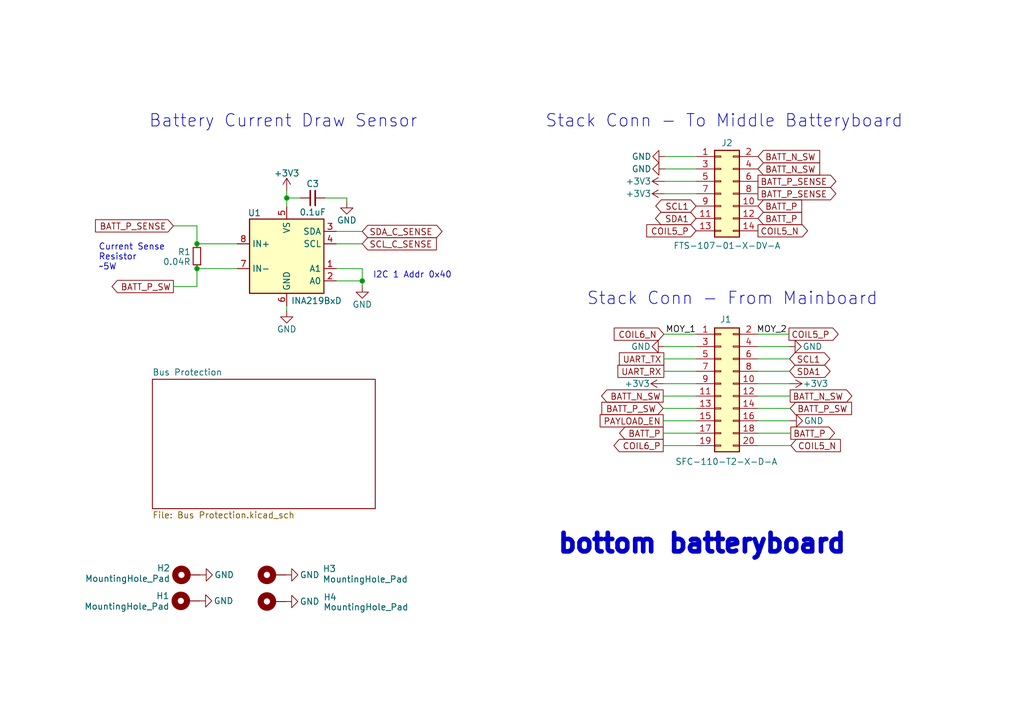
<source format=kicad_sch>
(kicad_sch (version 20230121) (generator eeschema)
  (paper "A5")
  (title_block (title "PyCubed Mini") (date "2023-04-12") (rev "B3/02") (company "RExLab Carnegie Mellon University") (comment 1 "N. Khera") (comment 2 "Z. Manchester"))
  (lib_symbols
    (symbol "Connector_Generic:Conn_02x07_Odd_Even" (pin_names (offset 1.016) hide)
      (property "Reference" "J" (at 1.27 10.16 0))
      (property "Value" "Conn_02x07_Odd_Even" (at 1.27 -10.16 0))
      (symbol "Conn_02x07_Odd_Even_1_1"
        (rectangle (start -1.27 -7.493) (end 0 -7.747) (stroke (width 0.1524)))
        (rectangle (start -1.27 -4.953) (end 0 -5.207) (stroke (width 0.1524)))
        (rectangle (start -1.27 -2.413) (end 0 -2.667) (stroke (width 0.1524)))
        (rectangle (start -1.27 0.127) (end 0 -0.127) (stroke (width 0.1524)))
        (rectangle (start -1.27 2.667) (end 0 2.413) (stroke (width 0.1524)))
        (rectangle (start -1.27 5.207) (end 0 4.953) (stroke (width 0.1524)))
        (rectangle (start -1.27 7.747) (end 0 7.493) (stroke (width 0.1524)))
        (rectangle (start -1.27 8.89) (end 3.81 -8.89) (stroke (width 0.254)) (fill (type background)))
        (rectangle (start 3.81 -7.493) (end 2.54 -7.747) (stroke (width 0.1524)))
        (rectangle (start 3.81 -4.953) (end 2.54 -5.207) (stroke (width 0.1524)))
        (rectangle (start 3.81 -2.413) (end 2.54 -2.667) (stroke (width 0.1524)))
        (rectangle (start 3.81 0.127) (end 2.54 -0.127) (stroke (width 0.1524)))
        (rectangle (start 3.81 2.667) (end 2.54 2.413) (stroke (width 0.1524)))
        (rectangle (start 3.81 5.207) (end 2.54 4.953) (stroke (width 0.1524)))
        (rectangle (start 3.81 7.747) (end 2.54 7.493) (stroke (width 0.1524)))
        (pin passive line (at -5.08 7.62 0) (length 3.81) (name "Pin_1") (number "1"))
        (pin passive line (at 7.62 -2.54 180) (length 3.81) (name "Pin_10") (number "10"))
        (pin passive line (at -5.08 -5.08 0) (length 3.81) (name "Pin_11") (number "11"))
        (pin passive line (at 7.62 -5.08 180) (length 3.81) (name "Pin_12") (number "12"))
        (pin passive line (at -5.08 -7.62 0) (length 3.81) (name "Pin_13") (number "13"))
        (pin passive line (at 7.62 -7.62 180) (length 3.81) (name "Pin_14") (number "14"))
        (pin passive line (at 7.62 7.62 180) (length 3.81) (name "Pin_2") (number "2"))
        (pin passive line (at -5.08 5.08 0) (length 3.81) (name "Pin_3") (number "3"))
        (pin passive line (at 7.62 5.08 180) (length 3.81) (name "Pin_4") (number "4"))
        (pin passive line (at -5.08 2.54 0) (length 3.81) (name "Pin_5") (number "5"))
        (pin passive line (at 7.62 2.54 180) (length 3.81) (name "Pin_6") (number "6"))
        (pin passive line (at -5.08 0 0) (length 3.81) (name "Pin_7") (number "7"))
        (pin passive line (at 7.62 0 180) (length 3.81) (name "Pin_8") (number "8"))
        (pin passive line (at -5.08 -2.54 0) (length 3.81) (name "Pin_9") (number "9"))
      )
    )
    (symbol "Connector_Generic:Conn_02x10_Odd_Even" (pin_names (offset 1.016) hide)
      (property "Reference" "J" (at 1.27 12.7 0))
      (property "Value" "Conn_02x10_Odd_Even" (at 1.27 -15.24 0))
      (symbol "Conn_02x10_Odd_Even_1_1"
        (rectangle (start -1.27 -12.573) (end 0 -12.827) (stroke (width 0.1524)))
        (rectangle (start -1.27 -10.033) (end 0 -10.287) (stroke (width 0.1524)))
        (rectangle (start -1.27 -7.493) (end 0 -7.747) (stroke (width 0.1524)))
        (rectangle (start -1.27 -4.953) (end 0 -5.207) (stroke (width 0.1524)))
        (rectangle (start -1.27 -2.413) (end 0 -2.667) (stroke (width 0.1524)))
        (rectangle (start -1.27 0.127) (end 0 -0.127) (stroke (width 0.1524)))
        (rectangle (start -1.27 2.667) (end 0 2.413) (stroke (width 0.1524)))
        (rectangle (start -1.27 5.207) (end 0 4.953) (stroke (width 0.1524)))
        (rectangle (start -1.27 7.747) (end 0 7.493) (stroke (width 0.1524)))
        (rectangle (start -1.27 10.287) (end 0 10.033) (stroke (width 0.1524)))
        (rectangle (start -1.27 11.43) (end 3.81 -13.97) (stroke (width 0.254)) (fill (type background)))
        (rectangle (start 3.81 -12.573) (end 2.54 -12.827) (stroke (width 0.1524)))
        (rectangle (start 3.81 -10.033) (end 2.54 -10.287) (stroke (width 0.1524)))
        (rectangle (start 3.81 -7.493) (end 2.54 -7.747) (stroke (width 0.1524)))
        (rectangle (start 3.81 -4.953) (end 2.54 -5.207) (stroke (width 0.1524)))
        (rectangle (start 3.81 -2.413) (end 2.54 -2.667) (stroke (width 0.1524)))
        (rectangle (start 3.81 0.127) (end 2.54 -0.127) (stroke (width 0.1524)))
        (rectangle (start 3.81 2.667) (end 2.54 2.413) (stroke (width 0.1524)))
        (rectangle (start 3.81 5.207) (end 2.54 4.953) (stroke (width 0.1524)))
        (rectangle (start 3.81 7.747) (end 2.54 7.493) (stroke (width 0.1524)))
        (rectangle (start 3.81 10.287) (end 2.54 10.033) (stroke (width 0.1524)))
        (pin passive line (at -5.08 10.16 0) (length 3.81) (name "Pin_1") (number "1"))
        (pin passive line (at 7.62 0 180) (length 3.81) (name "Pin_10") (number "10"))
        (pin passive line (at -5.08 -2.54 0) (length 3.81) (name "Pin_11") (number "11"))
        (pin passive line (at 7.62 -2.54 180) (length 3.81) (name "Pin_12") (number "12"))
        (pin passive line (at -5.08 -5.08 0) (length 3.81) (name "Pin_13") (number "13"))
        (pin passive line (at 7.62 -5.08 180) (length 3.81) (name "Pin_14") (number "14"))
        (pin passive line (at -5.08 -7.62 0) (length 3.81) (name "Pin_15") (number "15"))
        (pin passive line (at 7.62 -7.62 180) (length 3.81) (name "Pin_16") (number "16"))
        (pin passive line (at -5.08 -10.16 0) (length 3.81) (name "Pin_17") (number "17"))
        (pin passive line (at 7.62 -10.16 180) (length 3.81) (name "Pin_18") (number "18"))
        (pin passive line (at -5.08 -12.7 0) (length 3.81) (name "Pin_19") (number "19"))
        (pin passive line (at 7.62 10.16 180) (length 3.81) (name "Pin_2") (number "2"))
        (pin passive line (at 7.62 -12.7 180) (length 3.81) (name "Pin_20") (number "20"))
        (pin passive line (at -5.08 7.62 0) (length 3.81) (name "Pin_3") (number "3"))
        (pin passive line (at 7.62 7.62 180) (length 3.81) (name "Pin_4") (number "4"))
        (pin passive line (at -5.08 5.08 0) (length 3.81) (name "Pin_5") (number "5"))
        (pin passive line (at 7.62 5.08 180) (length 3.81) (name "Pin_6") (number "6"))
        (pin passive line (at -5.08 2.54 0) (length 3.81) (name "Pin_7") (number "7"))
        (pin passive line (at 7.62 2.54 180) (length 3.81) (name "Pin_8") (number "8"))
        (pin passive line (at -5.08 0 0) (length 3.81) (name "Pin_9") (number "9"))
      )
    )
    (symbol "Device:C_Small" (pin_numbers hide) (pin_names (offset 0.254) hide)
      (property "Reference" "C" (at 0.254 1.778 0))
      (property "Value" "C_Small" (at 0.254 -2.032 0))
      (symbol "C_Small_0_1"
        (polyline (pts (xy -1.524 -0.508) (xy 1.524 -0.508)) (stroke (width 0.3302)))
        (polyline (pts (xy -1.524 0.508) (xy 1.524 0.508)) (stroke (width 0.3048)))
      )
      (symbol "C_Small_1_1"
        (pin passive line (at 0 2.54 270) (length 2.032) (name "~") (number "1"))
        (pin passive line (at 0 -2.54 90) (length 2.032) (name "~") (number "2"))
      )
    )
    (symbol "Device:Crystal_Small" (pin_numbers hide) (pin_names (offset 1.016) hide)
      (property "Reference" "Y" (at 0 2.54 0))
      (property "Value" "Crystal_Small" (at 0 -2.54 0))
      (symbol "Crystal_Small_0_1"
        (rectangle (start -0.762 -1.524) (end 0.762 1.524))
        (polyline (pts (xy -1.27 -0.762) (xy -1.27 0.762)) (stroke (width 0.381)))
        (polyline (pts (xy 1.27 -0.762) (xy 1.27 0.762)) (stroke (width 0.381)))
      )
      (symbol "Crystal_Small_1_1"
        (pin passive line (at -2.54 0 0) (length 1.27) (name "1") (number "1"))
        (pin passive line (at 2.54 0 180) (length 1.27) (name "2") (number "2"))
      )
    )
    (symbol "Device:R_Small" (pin_numbers hide) (pin_names (offset 0.254) hide)
      (property "Reference" "R" (at 0.762 0.508 0))
      (property "Value" "R_Small" (at 0.762 -1.016 0))
      (symbol "R_Small_0_1"
        (rectangle (start -0.762 1.778) (end 0.762 -1.778) (stroke (width 0.2032)))
      )
      (symbol "R_Small_1_1"
        (pin passive line (at 0 2.54 270) (length 0.762) (name "~") (number "1"))
        (pin passive line (at 0 -2.54 90) (length 0.762) (name "~") (number "2"))
      )
    )
    (symbol "Device:R_US" (pin_numbers hide) (pin_names (offset 0))
      (property "Reference" "R" (at 2.54 0 90))
      (property "Value" "R_US" (at -2.54 0 90))
      (symbol "R_US_0_1"
        (polyline (pts (xy 0 -2.286) (xy 0 -2.54)))
        (polyline (pts (xy 0 2.286) (xy 0 2.54)))
        (polyline (pts (xy 0 -0.762) (xy 1.016 -1.143) (xy 0 -1.524) (xy -1.016 -1.905) (xy 0 -2.286)))
        (polyline (pts (xy 0 0.762) (xy 1.016 0.381) (xy 0 0) (xy -1.016 -0.381) (xy 0 -0.762)))
        (polyline (pts (xy 0 2.286) (xy 1.016 1.905) (xy 0 1.524) (xy -1.016 1.143) (xy 0 0.762)))
      )
      (symbol "R_US_1_1"
        (pin passive line (at 0 3.81 270) (length 1.27) (name "~") (number "1"))
        (pin passive line (at 0 -3.81 90) (length 1.27) (name "~") (number "2"))
      )
    )
    (symbol "GND_1" (power) (pin_names (offset 0))
      (property "Value" "GND_1" (at 0 -3.81 0))
      (symbol "GND_1_0_1"
        (polyline (pts (xy 0 0) (xy 0 -1.27) (xy 1.27 -1.27) (xy 0 -2.54) (xy -1.27 -1.27) (xy 0 -1.27)))
      )
      (symbol "GND_1_1_1"
        (pin power_in line (at 0 0 270) (length 0) hide (name "GND") (number "1"))
      )
    )
    (symbol "Mechanical:MountingHole_Pad" (pin_numbers hide) (pin_names (offset 1.016) hide)
      (property "Reference" "H" (at 0 6.35 0))
      (property "Value" "MountingHole_Pad" (at 0 4.445 0))
      (symbol "MountingHole_Pad_0_1"
        (circle (center 0 1.27) (radius 1.27) (stroke (width 1.27)))
      )
      (symbol "MountingHole_Pad_1_1"
        (pin input line (at 0 -2.54 90) (length 2.54) (name "1") (number "1"))
      )
    )
    (symbol "Sensor_Energy:INA219BxD"
      (property "Reference" "U" (at -6.35 8.89 0))
      (property "Value" "INA219BxD" (at 5.08 8.89 0))
      (symbol "INA219BxD_0_1"
        (rectangle (start -7.62 7.62) (end 7.62 -7.62) (stroke (width 0.254)) (fill (type background)))
      )
      (symbol "INA219BxD_1_1"
        (pin input line (at 10.16 -2.54 180) (length 2.54) (name "A1") (number "1"))
        (pin input line (at 10.16 -5.08 180) (length 2.54) (name "A0") (number "2"))
        (pin bidirectional line (at 10.16 5.08 180) (length 2.54) (name "SDA") (number "3"))
        (pin input line (at 10.16 2.54 180) (length 2.54) (name "SCL") (number "4"))
        (pin power_in line (at 0 10.16 270) (length 2.54) (name "VS") (number "5"))
        (pin power_in line (at 0 -10.16 90) (length 2.54) (name "GND") (number "6"))
        (pin input line (at -10.16 -2.54 0) (length 2.54) (name "IN-") (number "7"))
        (pin input line (at -10.16 2.54 0) (length 2.54) (name "IN+") (number "8"))
      )
    )
    (symbol "mainboard:BNO085"
      (property "Reference" "U" (at -17.78 29.21 0))
      (property "Value" "BNO085" (at -17.78 -30.48 0))
      (symbol "BNO085_1_0"
        (rectangle (start -17.78 27.94) (end 17.78 -27.94) (stroke (width 0.254)) (fill (type background)))
        (polyline (pts (xy -17.78 22.86) (xy 17.78 22.86)) (stroke (width 0.254)))
        (polyline (pts (xy -7.62 -22.86) (xy -17.78 -22.86)) (stroke (width 0.254)))
        (polyline (pts (xy -7.62 -22.86) (xy -7.62 -17.78)) (stroke (width 0.254)))
        (polyline (pts (xy -7.62 -17.78) (xy -7.62 -15.24)) (stroke (width 0.254)))
        (polyline (pts (xy -7.62 -17.78) (xy 17.78 -17.78)) (stroke (width 0.254)))
        (polyline (pts (xy -7.62 -15.24) (xy 1.27 -15.24)) (stroke (width 0.254)))
        (polyline (pts (xy 1.27 -15.24) (xy 17.78 -15.24)) (stroke (width 0.254)))
        (polyline (pts (xy 1.27 -7.62) (xy 1.27 -15.24)) (stroke (width 0.254)))
        (polyline (pts (xy 1.27 -7.62) (xy 17.78 -7.62)) (stroke (width 0.254)))
        (polyline (pts (xy 1.27 -5.08) (xy 1.27 -7.62)) (stroke (width 0.254)))
        (polyline (pts (xy 17.78 -22.86) (xy -7.62 -22.86)) (stroke (width 0.254)))
        (polyline (pts (xy 17.78 -5.08) (xy 1.27 -5.08)) (stroke (width 0.254)))
        (polyline (pts (xy 17.78 -5.08) (xy 17.78 -7.62)) (stroke (width 0.254)))
        (text "2.4-3.6\n1.7-3.6" (at -7.62 -25.4 0) (effects (font (size 1.27 1.0795)) (justify left)))
        (text "32.768kHz Source" (at -6.35 -16.51 0) (effects (font (size 1.27 1.0795)) (justify left)))
        (text "BNO085\nMotion Co-Processor" (at 0 25.4 0) (effects (font (size 1.27 1.0795))))
        (text "Bus Select" (at 2.54 -6.35 0) (effects (font (size 1.27 1.0795)) (justify left)))
        (text "Ext XTAL: CSEL0=0/NC,CSEL1=XTAL\nExt CLK: CSEL0=1,CSEL1=1\nInt Osc: CSEL0=1,CSEL1=0/NC" (at -6.35 -20.32 0) (effects (font (size 0.8128 0.6908)) (justify left)))
        (text "Op. Temp:\n-40~~85°C" (at 5.08 -25.4 0) (effects (font (size 1.27 1.0795)) (justify left)))
        (text "PS1  PS0   MODE\n0    0     I2C\n0    1     UART-RVC\n1    0     UART\n1    1     SPI" (at 2.54 -11.43 0) (effects (font (size 0.8128 0.6908)) (justify left)))
        (text "VDD:\nVDDIO:" (at -15.24 -25.4 0) (effects (font (size 1.27 1.0795)) (justify left)))
        (pin no_connect line (at 20.32 -20.32 180) (length 2.54) hide (name "NC") (number "1"))
        (pin input line (at -20.32 -10.16 0) (length 2.54) (name "CLKSEL0") (number "10"))
        (pin input line (at 20.32 -2.54 180) (length 2.54) (name "NRST") (number "11"))
        (pin no_connect line (at 20.32 -20.32 180) (length 2.54) hide (name "NC") (number "12"))
        (pin no_connect line (at 20.32 -20.32 180) (length 2.54) hide (name "NC") (number "13"))
        (pin output line (at -20.32 0 0) (length 2.54) (name "H_INTN") (number "14"))
        (pin bidirectional line (at 20.32 5.08 180) (length 2.54) (name "S_SCL") (number "15"))
        (pin bidirectional line (at 20.32 7.62 180) (length 2.54) (name "S_SDA") (number "16"))
        (pin output line (at -20.32 7.62 0) (length 2.54) (name "H_SA0/MOSI") (number "17"))
        (pin input line (at -20.32 -12.7 0) (length 2.54) (name "H_CSN") (number "18"))
        (pin bidirectional line (at -20.32 2.54 0) (length 2.54) (name "H_SCL/SCLK/RX") (number "19"))
        (pin power_in line (at -20.32 -17.78 0) (length 2.54) (name "GND") (number "2"))
        (pin bidirectional line (at -20.32 5.08 0) (length 2.54) (name "H_SDA/MISO/TX") (number "20"))
        (pin no_connect line (at 20.32 -20.32 180) (length 2.54) hide (name "NC") (number "21"))
        (pin no_connect line (at 20.32 -20.32 180) (length 2.54) hide (name "NC") (number "22"))
        (pin no_connect line (at 20.32 -20.32 180) (length 2.54) hide (name "NC") (number "23"))
        (pin no_connect line (at 20.32 -20.32 180) (length 2.54) hide (name "NC") (number "24"))
        (pin power_in line (at -20.32 -20.32 0) (length 2.54) (name "GNDIO") (number "25"))
        (pin output line (at 20.32 10.16 180) (length 2.54) (name "CLKSEL1/XOUT32") (number "26"))
        (pin input line (at 20.32 12.7 180) (length 2.54) (name "XIN32") (number "27"))
        (pin power_in line (at -20.32 17.78 0) (length 2.54) (name "VDDIO") (number "28"))
        (pin power_in line (at -20.32 20.32 0) (length 2.54) (name "VDD") (number "3"))
        (pin input line (at -20.32 -2.54 0) (length 2.54) (name "BOOTN") (number "4"))
        (pin input line (at -20.32 -5.08 0) (length 2.54) (name "PS1") (number "5"))
        (pin input line (at -20.32 -7.62 0) (length 2.54) (name "PS0/WAKE") (number "6"))
        (pin no_connect line (at 20.32 -20.32 180) (length 2.54) hide (name "NC") (number "7"))
        (pin no_connect line (at 20.32 -20.32 180) (length 2.54) hide (name "NC") (number "8"))
        (pin passive line (at 20.32 20.32 180) (length 2.54) (name "CAP") (number "9"))
      )
    )
    (symbol "power:+3V3" (power) (pin_names (offset 0))
      (property "Value" "+3V3" (at 0 3.556 0))
      (symbol "+3V3_0_1"
        (polyline (pts (xy -0.762 1.27) (xy 0 2.54)))
        (polyline (pts (xy 0 0) (xy 0 2.54)))
        (polyline (pts (xy 0 2.54) (xy 0.762 1.27)))
      )
      (symbol "+3V3_1_1"
        (pin power_in line (at 0 0 90) (length 0) hide (name "+3V3") (number "1"))
      )
    )
    (symbol "power:GND" (power) (pin_names (offset 0))
      (property "Value" "GND" (at 0 -3.81 0))
      (symbol "GND_0_1"
        (polyline (pts (xy 0 0) (xy 0 -1.27) (xy 1.27 -1.27) (xy 0 -2.54) (xy -1.27 -1.27) (xy 0 -1.27)))
      )
      (symbol "GND_1_1"
        (pin power_in line (at 0 0 270) (length 0) hide (name "GND") (number "1"))
      )
    )
  )
  (junction (at 40.386 55.118))
  (junction (at 315.341 45.593))
  (junction (at 315.341 50.673))
  (junction (at 40.386 50.038))
  (junction (at 241.173 77.343))
  (junction (at 230.251 39.243))
  (junction (at 230.251 77.343))
  (junction (at 230.251 41.783))
  (junction (at 58.801 40.64))
  (junction (at 230.251 79.883))
  (junction (at 304.673 65.659))
  (junction (at 74.295 57.658))
  (junction (at 243.586 77.343))
  (junction (at 230.251 62.103))
  (junction (at 243.586 69.723))
  (junction (at 327.025 50.673))
  (no_connect (at 254.508 51.943))
  (no_connect (at 295.148 51.943))
  (no_connect (at 295.148 54.483))
  (no_connect (at 254.508 72.263))
  (wire (pts (xy 40.386 46.355) (xy 40.386 50.038)))
  (wire (pts (xy 136.017 81.28) (xy 142.748 81.28)))
  (wire (pts (xy 243.586 69.723) (xy 254.508 69.723)))
  (wire (pts (xy 162.179 88.9) (xy 155.448 88.9)))
  (wire (pts (xy 304.673 65.659) (xy 295.148 65.659)))
  (wire (pts (xy 35.56 46.355) (xy 40.386 46.355)))
  (wire (pts (xy 237.871 62.103) (xy 230.251 62.103)))
  (wire (pts (xy 298.069 45.593) (xy 315.341 45.593)))
  (wire (pts (xy 298.069 46.863) (xy 295.148 46.863)))
  (wire (pts (xy 162.179 91.44) (xy 155.448 91.44)))
  (wire (pts (xy 298.069 49.403) (xy 295.148 49.403)))
  (wire (pts (xy 304.8 39.243) (xy 307.721 39.243)))
  (wire (pts (xy 142.748 32.131) (xy 136.398 32.131)))
  (wire (pts (xy 74.295 55.118) (xy 68.961 55.118)))
  (wire (pts (xy 315.341 50.673) (xy 298.069 50.673)))
  (wire (pts (xy 309.499 65.659) (xy 304.673 65.659)))
  (wire (pts (xy 327.025 51.689) (xy 327.025 50.673)))
  (wire (pts (xy 142.748 91.44) (xy 136.017 91.44)))
  (wire (pts (xy 136.017 78.74) (xy 142.748 78.74)))
  (wire (pts (xy 241.173 64.643) (xy 241.173 77.343)))
  (wire (pts (xy 161.925 76.2) (xy 155.448 76.2)))
  (wire (pts (xy 74.295 47.498) (xy 68.961 47.498)))
  (wire (pts (xy 66.675 40.64) (xy 71.12 40.64)))
  (wire (pts (xy 317.373 45.593) (xy 315.341 45.593)))
  (wire (pts (xy 58.801 39.116) (xy 58.801 40.64)))
  (wire (pts (xy 243.586 67.183) (xy 243.586 69.723)))
  (wire (pts (xy 161.925 73.66) (xy 155.448 73.66)))
  (wire (pts (xy 155.448 68.58) (xy 161.798 68.58)))
  (wire (pts (xy 243.586 67.183) (xy 254.508 67.183)))
  (wire (pts (xy 40.386 55.118) (xy 48.641 55.118)))
  (wire (pts (xy 327.025 45.593) (xy 322.453 45.593)))
  (wire (pts (xy 254.508 79.883) (xy 230.251 79.883)))
  (wire (pts (xy 58.801 63.754) (xy 58.801 62.738)))
  (wire (pts (xy 327.025 50.673) (xy 322.453 50.673)))
  (wire (pts (xy 136.271 39.751) (xy 142.748 39.751)))
  (wire (pts (xy 245.745 57.023) (xy 254.508 57.023)))
  (wire (pts (xy 298.069 45.593) (xy 298.069 46.863)))
  (wire (pts (xy 142.748 73.66) (xy 136.144 73.66)))
  (wire (pts (xy 230.251 39.243) (xy 230.251 41.783)))
  (wire (pts (xy 142.748 34.671) (xy 136.398 34.671)))
  (wire (pts (xy 155.448 86.36) (xy 162.052 86.36)))
  (wire (pts (xy 155.448 71.12) (xy 161.798 71.12)))
  (wire (pts (xy 241.173 77.343) (xy 230.251 77.343)))
  (wire (pts (xy 136.271 71.12) (xy 142.748 71.12)))
  (wire (pts (xy 230.251 39.243) (xy 254.508 39.243)))
  (wire (pts (xy 304.673 64.643) (xy 304.673 65.659)))
  (wire (pts (xy 230.251 62.103) (xy 230.251 65.659)))
  (wire (pts (xy 162.052 83.82) (xy 155.448 83.82)))
  (wire (pts (xy 230.251 82.423) (xy 230.251 79.883)))
  (wire (pts (xy 68.961 57.658) (xy 74.295 57.658)))
  (wire (pts (xy 243.586 77.343) (xy 241.173 77.343)))
  (wire (pts (xy 254.508 77.343) (xy 243.586 77.343)))
  (wire (pts (xy 136.017 83.82) (xy 142.748 83.82)))
  (wire (pts (xy 245.745 59.563) (xy 254.508 59.563)))
  (wire (pts (xy 162.052 81.28) (xy 155.448 81.28)))
  (wire (pts (xy 298.069 50.673) (xy 298.069 49.403)))
  (wire (pts (xy 230.251 70.739) (xy 230.251 77.343)))
  (wire (pts (xy 243.586 69.723) (xy 243.586 77.343)))
  (wire (pts (xy 74.295 50.038) (xy 68.961 50.038)))
  (wire (pts (xy 245.491 62.103) (xy 254.508 62.103)))
  (wire (pts (xy 317.373 50.673) (xy 315.341 50.673)))
  (wire (pts (xy 304.673 56.515) (xy 304.673 57.023)))
  (wire (pts (xy 230.251 34.925) (xy 230.251 39.243)))
  (wire (pts (xy 74.295 58.674) (xy 74.295 57.658)))
  (wire (pts (xy 40.386 58.801) (xy 40.386 55.118)))
  (wire (pts (xy 58.801 40.64) (xy 61.595 40.64)))
  (wire (pts (xy 136.144 68.58) (xy 142.748 68.58)))
  (wire (pts (xy 142.748 76.2) (xy 136.144 76.2)))
  (wire (pts (xy 136.271 37.211) (xy 142.748 37.211)))
  (wire (pts (xy 58.801 40.64) (xy 58.801 42.418)))
  (wire (pts (xy 40.386 50.038) (xy 48.641 50.038)))
  (wire (pts (xy 295.148 65.659) (xy 295.148 62.103)))
  (wire (pts (xy 230.251 41.783) (xy 254.508 41.783)))
  (wire (pts (xy 35.56 58.801) (xy 40.386 58.801)))
  (wire (pts (xy 230.251 41.783) (xy 230.251 62.103)))
  (wire (pts (xy 74.295 57.658) (xy 74.295 55.118)))
  (wire (pts (xy 230.251 77.343) (xy 230.251 79.883)))
  (wire (pts (xy 136.017 86.36) (xy 142.748 86.36)))
  (wire (pts (xy 295.148 39.243) (xy 299.72 39.243)))
  (wire (pts (xy 71.12 40.64) (xy 71.12 41.402)))
  (wire (pts (xy 241.173 64.643) (xy 254.508 64.643)))
  (wire (pts (xy 161.925 78.74) (xy 155.448 78.74)))
  (wire (pts (xy 245.745 54.483) (xy 254.508 54.483)))
  (wire (pts (xy 136.017 88.9) (xy 142.748 88.9)))
  (wire (pts (xy 327.025 50.673) (xy 327.025 45.593)))
  (text "I2C 1 Addr 0x40" (at 76.454 57.277 0) (effects (font (size 1.27 1.27)) (justify left bottom)))
  (text "IMU" (at 268.605 20.955 0) (effects (font (size 4.572 4.572)) (justify left bottom)))
  (text "Current Sense\nResistor\n~5W" (at 20.193 55.626 0) (effects (font (size 1.27 1.27)) (justify left bottom)))
  (text "Stack Conn - From Mainboard" (at 120.269 62.865 0) (effects (font (size 2.54 2.54)) (justify left bottom)))
  (text "bottom batteryboard" (at 114.046 113.919 0) (effects (font (size 3.81 3.81) (thickness 1.016) bold) (justify left bottom)))
  (text "IMU datasheet recommends \n12.5pF crystal capacitance" (at 299.466 32.766 0) (effects (font (size 1.27 1.27)) (justify left bottom)))
  (text "Battery Current Draw Sensor" (at 30.48 26.416 0) (effects (font (size 2.54 2.54)) (justify left bottom)))
  (text "Stack Conn - To Middle Batteryboard" (at 111.76 26.416 0) (effects (font (size 2.54 2.54)) (justify left bottom)))
  (label "MOY_1" (at 142.748 68.58 180))
  (label "MOY_2" (at 161.417 68.58 180))
  (global_label "BATT_N_SW" (shape input) (at 155.448 32.131 0) (property "Intersheetrefs" "${INTERSHEET_REFS}" (effects hide)))
  (global_label "COIL5_P" (shape input) (at 142.748 47.371 180) (property "Intersheetrefs" "${INTERSHEET_REFS}" (effects hide)))
  (global_label "BATT_P_SENSE" (shape input) (at 35.56 46.355 180) (property "Intersheetrefs" "${INTERSHEET_REFS}" (effects hide)))
  (global_label "SDA_C_SENSE" (shape bidirectional) (at 74.295 47.498 0) (property "Intersheetrefs" "${INTERSHEET_REFS}" (effects hide)))
  (global_label "BATT_P_SW" (shape input) (at 136.017 83.82 180) (property "Intersheetrefs" "${INTERSHEET_REFS}" (effects hide)))
  (global_label "BATT_N_SW" (shape output) (at 136.017 81.28 180) (property "Intersheetrefs" "${INTERSHEET_REFS}" (effects hide)))
  (global_label "BATT_P_SENSE" (shape output) (at 155.448 39.751 0) (property "Intersheetrefs" "${INTERSHEET_REFS}" (effects hide)))
  (global_label "IMU_INT" (shape input) (at 245.745 59.563 180) (property "Intersheetrefs" "${INTERSHEET_REFS}" (effects hide)))
  (global_label "UART_RX" (shape passive) (at 136.144 76.2 180) (property "Intersheetrefs" "${INTERSHEET_REFS}" (effects hide)))
  (global_label "BATT_P" (shape output) (at 162.179 88.9 0) (property "Intersheetrefs" "${INTERSHEET_REFS}" (effects hide)))
  (global_label "COIL5_N" (shape output) (at 155.448 47.371 0) (property "Intersheetrefs" "${INTERSHEET_REFS}" (effects hide)))
  (global_label "UART_TX" (shape passive) (at 136.144 73.66 180) (property "Intersheetrefs" "${INTERSHEET_REFS}" (effects hide)))
  (global_label "COIL5_N" (shape input) (at 162.179 91.44 0) (property "Intersheetrefs" "${INTERSHEET_REFS}" (effects hide)))
  (global_label "BATT_N_SW" (shape output) (at 162.052 81.28 0) (property "Intersheetrefs" "${INTERSHEET_REFS}" (effects hide)))
  (global_label "SDA1" (shape bidirectional) (at 142.748 44.831 180) (property "Intersheetrefs" "${INTERSHEET_REFS}" (effects hide)))
  (global_label "SCL1" (shape bidirectional) (at 142.748 42.291 180) (property "Intersheetrefs" "${INTERSHEET_REFS}" (effects hide)))
  (global_label "IMU_RST" (shape input) (at 309.499 65.659 0) (property "Intersheetrefs" "${INTERSHEET_REFS}" (effects hide)))
  (global_label "BATT_P_SW" (shape input) (at 162.052 83.82 0) (property "Intersheetrefs" "${INTERSHEET_REFS}" (effects hide)))
  (global_label "SCL1" (shape bidirectional) (at 161.925 73.66 0) (property "Intersheetrefs" "${INTERSHEET_REFS}" (effects hide)))
  (global_label "COIL5_P" (shape output) (at 161.798 68.58 0) (property "Intersheetrefs" "${INTERSHEET_REFS}" (effects hide)))
  (global_label "BATT_P" (shape input) (at 155.448 44.831 0) (property "Intersheetrefs" "${INTERSHEET_REFS}" (effects hide)))
  (global_label "BATT_P" (shape output) (at 136.017 88.9 180) (property "Intersheetrefs" "${INTERSHEET_REFS}" (effects hide)))
  (global_label "SDA_IMU" (shape bidirectional) (at 245.745 54.483 180) (property "Intersheetrefs" "${INTERSHEET_REFS}" (effects hide)))
  (global_label "SCL_C_SENSE" (shape input) (at 74.295 50.038 0) (property "Intersheetrefs" "${INTERSHEET_REFS}" (effects hide)))
  (global_label "SCL_IMU" (shape input) (at 245.745 57.023 180) (property "Intersheetrefs" "${INTERSHEET_REFS}" (effects hide)))
  (global_label "COIL6_N" (shape input) (at 136.144 68.58 180) (property "Intersheetrefs" "${INTERSHEET_REFS}" (effects hide)))
  (global_label "PAYLOAD_EN" (shape passive) (at 136.017 86.36 180) (property "Intersheetrefs" "${INTERSHEET_REFS}" (effects hide)))
  (global_label "BATT_P_SENSE" (shape output) (at 155.448 37.211 0) (property "Intersheetrefs" "${INTERSHEET_REFS}" (effects hide)))
  (global_label "BATT_P_SW" (shape output) (at 35.56 58.801 180) (property "Intersheetrefs" "${INTERSHEET_REFS}" (effects hide)))
  (global_label "BATT_P" (shape input) (at 155.448 42.291 0) (property "Intersheetrefs" "${INTERSHEET_REFS}" (effects hide)))
  (global_label "SDA1" (shape bidirectional) (at 161.925 76.2 0) (property "Intersheetrefs" "${INTERSHEET_REFS}" (effects hide)))
  (global_label "COIL6_P" (shape output) (at 136.017 91.44 180) (property "Intersheetrefs" "${INTERSHEET_REFS}" (effects hide)))
  (global_label "BATT_N_SW" (shape input) (at 155.448 34.671 0) (property "Intersheetrefs" "${INTERSHEET_REFS}" (effects hide)))
  (symbol (lib_name "GND_1") (lib_id "power:GND") (at 58.801 63.754 0) (unit 1)
    (property "Reference" "#PWR01" (effects hide))
    (property "Value" "GND" (at 58.801 67.564 0))
  )
  (symbol (lib_id "Sensor_Energy:INA219BxD") (at 58.801 52.578 0) (unit 1)
    (property "Reference" "U1" (at 50.8 43.688 0) (effects (justify left)))
    (property "Value" "INA219BxD" (at 59.69 61.722 0) (effects (justify left)))
    (property "Footprint" "Package_SO:SOIC-8_3.9x4.9mm_P1.27mm" (effects hide))
    (property "Datasheet" "http://www.ti.com/lit/ds/symlink/ina219.pdf" (effects hide))
    (property "Description" "IC CURRENT MONITOR 0.5% 8SOIC" (effects hide))
    (property "Manufacturer_Name" "Texas Instruments" (effects hide))
    (property "Manufacturer_Part_Number" "INA219BIDR" (effects hide))
  )
  (symbol (lib_id "Device:C_Small") (at 319.913 45.593 270) (mirror x) (unit 1)
    (property "Reference" "C6" (at 319.913 40.767 90))
    (property "Value" "22pF" (at 319.913 42.545 90))
    (property "Footprint" "Capacitor_SMD:C_0603_1608Metric" (effects hide))
    (property "Description" "CAP CER 22PF 50V C0G/NP0 0603" (effects hide))
    (property "Manufacturer_Name" "KYOCERA AVX" (effects hide))
    (property "Manufacturer_Part_Number" "06035A220KAT2A" (effects hide))
  )
  (symbol (lib_id "power:+3V3") (at 136.017 78.74 90) (mirror x) (unit 1)
    (property "Reference" "#PWR0104" (effects hide))
    (property "Value" "+3V3" (at 130.683 78.74 90))
  )
  (symbol (lib_id "Device:R_Small") (at 40.386 52.578 0) (unit 1)
    (property "Reference" "R1" (at 36.449 51.689 0) (effects (justify left)))
    (property "Value" "0.04R" (at 33.401 53.721 0) (effects (justify left)))
    (property "Footprint" "batteryboard:R_2512_CurrentSense" (effects hide))
    (property "Description" "RES 0.04 OHM 1% 3W 2512" (effects hide))
    (property "Manufacturer_Name" "Stackpole Electronics Inc" (effects hide))
    (property "Manufacturer_Part_Number" "CSM2512FT40L0" (effects hide))
  )
  (symbol (lib_id "power:GND") (at 40.894 123.317 90) (unit 1)
    (property "Reference" "#PWR0103" (effects hide))
    (property "Value" "GND" (at 45.847 123.317 90))
  )
  (symbol (lib_id "Device:C_Small") (at 302.26 39.243 90) (unit 1)
    (property "Reference" "C5" (at 303.53 36.703 90) (effects (justify left)))
    (property "Value" "0.1uF" (at 304.927 34.925 90) (effects (justify left)))
    (property "Footprint" "Capacitor_SMD:C_0603_1608Metric" (effects hide))
    (property "Description" "CAP CER 0.1UF 50V X7R 0603" (effects hide))
    (property "Manufacturer_Name" "KYOCERA AVX" (effects hide))
    (property "Manufacturer_Part_Number" "06035C104K4T2A" (effects hide))
  )
  (symbol (lib_id "power:GND") (at 162.052 86.36 90) (mirror x) (unit 1)
    (property "Reference" "#PWR0109" (effects hide))
    (property "Value" "GND" (at 166.878 86.36 90))
  )
  (symbol (lib_id "Mechanical:MountingHole_Pad") (at 38.354 123.317 90) (unit 1) (in_bom no)
    (property "Reference" "H1" (at 33.401 122.301 90))
    (property "Value" "MountingHole_Pad" (at 26.035 124.46 90))
    (property "Footprint" "mainboard:MountingHole" (effects hide))
  )
  (symbol (lib_id "power:GND") (at 161.798 71.12 90) (mirror x) (unit 1)
    (property "Reference" "#PWR0108" (effects hide))
    (property "Value" "GND" (at 166.624 71.12 90))
  )
  (symbol (lib_id "Connector_Generic:Conn_02x07_Odd_Even") (at 147.828 39.751 0) (unit 1)
    (property "Reference" "J2" (at 149.098 29.337 0))
    (property "Value" "FTS-107-01-X-DV-A" (at 149.098 50.419 0))
    (property "Footprint" "batteryboard:SAMTEC-FTS-107-01-X-DV-A" (effects hide))
    (property "Description" "CONN HEADER SMD 14POS 1.27MM" (effects hide))
    (property "Manufacturer_Name" "Samtec Inc." (effects hide))
    (property "Manufacturer_Part_Number" "FTS-107-01-L-DV-A" (effects hide))
  )
  (symbol (lib_id "power:+3V3") (at 136.271 39.751 90) (mirror x) (unit 1)
    (property "Reference" "#PWR0110" (effects hide))
    (property "Value" "+3V3" (at 130.937 39.751 90))
  )
  (symbol (lib_id "power:+3V3") (at 58.801 39.116 0) (mirror y) (unit 1)
    (property "Reference" "#PWR02" (effects hide))
    (property "Value" "+3V3" (at 58.801 35.56 0))
  )
  (symbol (lib_id "Connector_Generic:Conn_02x10_Odd_Even") (at 147.828 78.74 0) (unit 1)
    (property "Reference" "J1" (at 148.844 65.532 0))
    (property "Value" "SFC-110-T2-X-D-A" (at 148.971 94.742 0))
    (property "Footprint" "mainboard:SAMTEC_SFC-110-T2-X-D-A" (effects hide))
    (property "Description" "CONN RCPT 20POS 0.05 GOLD SMD" (effects hide))
    (property "Manufacturer_Name" "Samtec Inc." (effects hide))
    (property "Manufacturer_Part_Number" "SFC-110-T2-F-D-A" (effects hide))
  )
  (symbol (lib_id "power:GND") (at 136.271 71.12 270) (mirror x) (unit 1)
    (property "Reference" "#PWR0101" (effects hide))
    (property "Value" "GND" (at 131.445 71.12 90))
  )
  (symbol (lib_id "power:GND") (at 327.025 51.689 0) (mirror y) (unit 1)
    (property "Reference" "#PWR015" (effects hide))
    (property "Value" "GND" (at 327.025 55.499 0))
  )
  (symbol (lib_id "Mechanical:MountingHole_Pad") (at 56.007 117.983 90) (unit 1) (in_bom no)
    (property "Reference" "H3" (at 67.564 116.713 90))
    (property "Value" "MountingHole_Pad" (at 74.93 118.872 90))
    (property "Footprint" "mainboard:MountingHole" (effects hide))
  )
  (symbol (lib_id "mainboard:BNO085") (at 274.828 59.563 0) (unit 1)
    (property "Reference" "U2" (at 274.828 27.94 0) (effects (font (size 1.27 1.0795))))
    (property "Value" "BNO085" (at 274.828 30.48 0) (effects (font (size 1.27 1.0795))))
    (property "Footprint" "mainboard:LGA-28" (effects hide))
    (property "Description" "IMU ACCEL/GYRO/MAG I2C 32BIT" (effects hide))
    (property "Manufacturer_Name" "CEVA Technologies, Inc." (effects hide))
    (property "Manufacturer_Part_Number" "1888-1006-2" (effects hide))
  )
  (symbol (lib_id "power:GND") (at 136.398 32.131 270) (mirror x) (unit 1)
    (property "Reference" "#PWR0113" (effects hide))
    (property "Value" "GND" (at 131.572 32.131 90))
  )
  (symbol (lib_id "Mechanical:MountingHole_Pad") (at 56.007 123.444 90) (unit 1) (in_bom no)
    (property "Reference" "H4" (at 67.691 122.555 90))
    (property "Value" "MountingHole_Pad" (at 75.057 124.587 90))
    (property "Footprint" "mainboard:MountingHole" (effects hide))
  )
  (symbol (lib_id "Device:R_US") (at 304.673 60.833 180) (unit 1)
    (property "Reference" "R17" (at 307.975 59.944 0))
    (property "Value" "10K" (at 307.975 61.849 0))
    (property "Footprint" "Resistor_SMD:R_0603_1608Metric" (effects hide))
    (property "Description" "RES 10K OHM 0.1% 1/6W 0603" (effects hide))
    (property "Manufacturer_Name" "Stackpole Electronics Inc" (effects hide))
    (property "Manufacturer_Part_Number" "RNCF0603BTE10K0" (effects hide))
  )
  (symbol (lib_id "Device:Crystal_Small") (at 315.341 48.133 90) (mirror x) (unit 1)
    (property "Reference" "Y1" (at 319.532 48.133 90) (effects (justify left)))
    (property "Value" "32.768kHz/12.5pF" (at 313.309 48.133 90) (effects (justify left)))
    (property "Footprint" "Crystal:Crystal_SMD_MicroCrystal_CC7V-T1A-2Pin_3.2x1.5mm" (effects hide))
    (property "Description" "CRYSTAL 32.7680KHZ 12.5PF SMD" (effects hide))
    (property "Manufacturer_Name" "Micro Crystal AG" (effects hide))
    (property "Manufacturer_Part_Number" "CM7V-T1A-32.768kHz-12.5pF-20PPM-TC-QC" (effects hide))
  )
  (symbol (lib_id "power:GND") (at 307.721 39.243 90) (unit 1)
    (property "Reference" "#PWR014" (effects hide))
    (property "Value" "GND" (at 312.547 39.243 90))
  )
  (symbol (lib_id "Device:C_Small") (at 64.135 40.64 90) (unit 1)
    (property "Reference" "C3" (at 64.135 37.719 90))
    (property "Value" "0.1uF" (at 64.135 43.561 90))
    (property "Footprint" "Capacitor_SMD:C_0603_1608Metric" (effects hide))
    (property "Description" "CAP CER 0.1UF 50V X7R 0603" (effects hide))
    (property "Manufacturer_Name" "KYOCERA AVX" (effects hide))
    (property "Manufacturer_Part_Number" "06035C104K4T2A" (effects hide))
  )
  (symbol (lib_id "Mechanical:MountingHole_Pad") (at 38.481 117.983 90) (unit 1) (in_bom no)
    (property "Reference" "H2" (at 33.528 116.586 90))
    (property "Value" "MountingHole_Pad" (at 26.162 118.745 90))
    (property "Footprint" "mainboard:MountingHole" (effects hide))
  )
  (symbol (lib_name "GND_1") (lib_id "power:GND") (at 71.12 41.402 0) (unit 1)
    (property "Reference" "#PWR010" (effects hide))
    (property "Value" "GND" (at 71.12 45.212 0))
  )
  (symbol (lib_id "power:GND") (at 58.547 117.983 90) (unit 1)
    (property "Reference" "#PWR0105" (effects hide))
    (property "Value" "GND" (at 63.5 117.983 90))
  )
  (symbol (lib_name "GND_1") (lib_id "power:GND") (at 74.295 58.674 0) (unit 1)
    (property "Reference" "#PWR03" (effects hide))
    (property "Value" "GND" (at 74.295 62.484 0))
  )
  (symbol (lib_id "power:GND") (at 58.547 123.444 90) (unit 1)
    (property "Reference" "#PWR0106" (effects hide))
    (property "Value" "GND" (at 63.5 123.444 90))
  )
  (symbol (lib_id "power:+3V3") (at 161.925 78.74 270) (mirror x) (unit 1)
    (property "Reference" "#PWR0107" (effects hide))
    (property "Value" "+3V3" (at 167.259 78.74 90))
  )
  (symbol (lib_id "power:GND") (at 41.021 117.983 90) (unit 1)
    (property "Reference" "#PWR0102" (effects hide))
    (property "Value" "GND" (at 45.974 117.983 90))
  )
  (symbol (lib_id "Device:C_Small") (at 230.251 68.199 0) (unit 1)
    (property "Reference" "C4" (at 225.679 67.31 0) (effects (justify left)))
    (property "Value" "0.1uF" (at 222.885 69.215 0) (effects (justify left)))
    (property "Footprint" "Capacitor_SMD:C_0603_1608Metric" (effects hide))
    (property "Description" "CAP CER 0.1UF 50V X7R 0603" (effects hide))
    (property "Manufacturer_Name" "KYOCERA AVX" (effects hide))
    (property "Manufacturer_Part_Number" "06035C104K4T2A" (effects hide))
  )
  (symbol (lib_id "power:+3V3") (at 136.271 37.211 90) (mirror x) (unit 1)
    (property "Reference" "#PWR0111" (effects hide))
    (property "Value" "+3V3" (at 130.937 37.211 90))
  )
  (symbol (lib_id "power:+3V3") (at 304.673 56.515 0) (unit 1)
    (property "Reference" "#PWR013" (effects hide))
    (property "Value" "+3V3" (at 304.673 52.832 0))
  )
  (symbol (lib_id "power:GND") (at 230.251 82.423 0) (unit 1)
    (property "Reference" "#PWR012" (effects hide))
    (property "Value" "GND" (at 230.251 86.106 0))
  )
  (symbol (lib_id "Device:C_Small") (at 319.913 50.673 90) (mirror x) (unit 1)
    (property "Reference" "C7" (at 319.913 53.721 90))
    (property "Value" "22pF" (at 319.913 55.499 90))
    (property "Footprint" "Capacitor_SMD:C_0603_1608Metric" (effects hide))
    (property "Description" "CAP CER 22PF 50V C0G/NP0 0603" (effects hide))
    (property "Manufacturer_Name" "KYOCERA AVX" (effects hide))
    (property "Manufacturer_Part_Number" "06035A220KAT2A" (effects hide))
  )
  (symbol (lib_id "Device:R_US") (at 241.681 62.103 270) (unit 1)
    (property "Reference" "R16" (at 237.363 63.246 90))
    (property "Value" "10K" (at 245.872 63.246 90))
    (property "Footprint" "Resistor_SMD:R_0603_1608Metric" (effects hide))
    (property "Description" "RES 10K OHM 0.1% 1/6W 0603" (effects hide))
    (property "Manufacturer_Name" "Stackpole Electronics Inc" (effects hide))
    (property "Manufacturer_Part_Number" "RNCF0603BTE10K0" (effects hide))
  )
  (symbol (lib_id "power:GND") (at 136.398 34.671 270) (mirror x) (unit 1)
    (property "Reference" "#PWR0112" (effects hide))
    (property "Value" "GND" (at 131.572 34.671 90))
  )
  (symbol (lib_id "power:+3V3") (at 230.251 34.925 0) (unit 1)
    (property "Reference" "#PWR011" (effects hide))
    (property "Value" "+3V3" (at 230.251 31.242 0))
  )
  (sheet (at 31.242 77.851) (size 45.72 26.543) (stroke (width 0.1524))
    (property "Sheetname" "Bus Protection" (at 31.242 77.1394 0) (effects (justify left bottom)))
    (property "Sheetfile" "Bus Protection.kicad_sch" (at 31.242 104.9786 0) (effects (justify left top)))
  )
)
</source>
